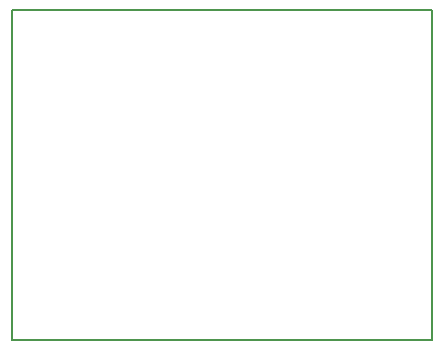
<source format=gbr>
G04 (created by PCBNEW (2013-jul-07)-stable) date Sun 08 Feb 2015 22:31:34 GMT*
%MOIN*%
G04 Gerber Fmt 3.4, Leading zero omitted, Abs format*
%FSLAX34Y34*%
G01*
G70*
G90*
G04 APERTURE LIST*
%ADD10C,0.00590551*%
%ADD11C,0.00787402*%
G04 APERTURE END LIST*
G54D10*
G54D11*
X75000Y-62500D02*
X75000Y-51500D01*
X89000Y-62500D02*
X75000Y-62500D01*
X89000Y-51500D02*
X89000Y-62500D01*
X75000Y-51500D02*
X89000Y-51500D01*
M02*

</source>
